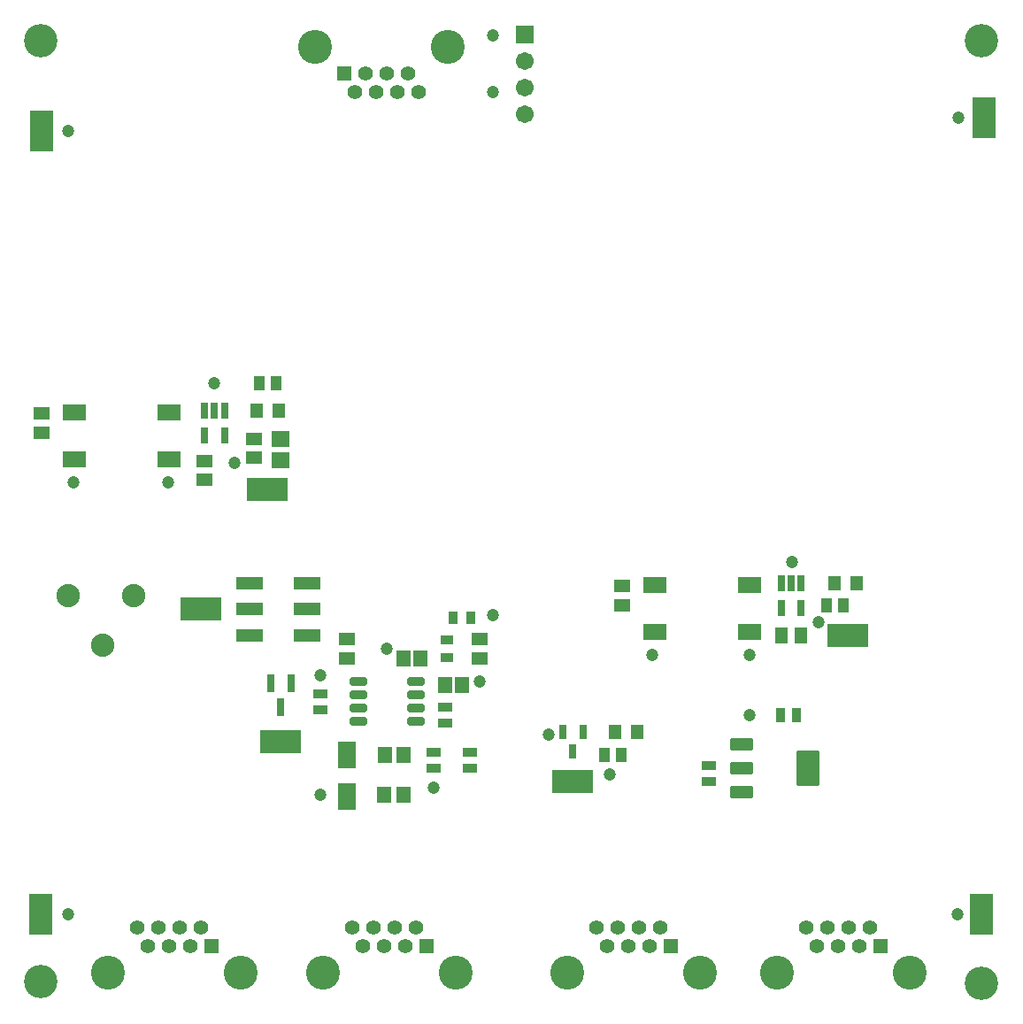
<source format=gts>
G04*
G04 #@! TF.GenerationSoftware,Altium Limited,Altium Designer,23.7.1 (13)*
G04*
G04 Layer_Color=8388736*
%FSLAX44Y44*%
%MOMM*%
G71*
G04*
G04 #@! TF.SameCoordinates,0BEFCA26-5C96-4926-A50D-4D7A3FA2ED98*
G04*
G04*
G04 #@! TF.FilePolarity,Negative*
G04*
G01*
G75*
%ADD27R,1.7000X2.5000*%
%ADD29R,1.3500X0.9500*%
%ADD32R,0.8065X1.3082*%
%ADD33R,1.3082X0.8065*%
%ADD35R,1.4549X1.5562*%
%ADD40R,2.5000X1.2000*%
%ADD41R,0.9500X1.3500*%
%ADD42R,2.2332X4.0032*%
%ADD43R,1.5532X1.2032*%
%ADD44R,2.3032X1.6032*%
%ADD45R,0.7112X1.5032*%
%ADD46R,0.7112X1.5032*%
%ADD47R,1.0032X1.4532*%
%ADD48R,1.3032X1.4032*%
%ADD49R,1.7032X1.6032*%
%ADD50R,4.0032X2.2332*%
%ADD51R,0.8032X1.6532*%
G04:AMPARAMS|DCode=52|XSize=0.8032mm|YSize=1.6532mm|CornerRadius=0.1526mm|HoleSize=0mm|Usage=FLASHONLY|Rotation=270.000|XOffset=0mm|YOffset=0mm|HoleType=Round|Shape=RoundedRectangle|*
%AMROUNDEDRECTD52*
21,1,0.8032,1.3480,0,0,270.0*
21,1,0.4980,1.6532,0,0,270.0*
1,1,0.3052,-0.6740,-0.2490*
1,1,0.3052,-0.6740,0.2490*
1,1,0.3052,0.6740,0.2490*
1,1,0.3052,0.6740,-0.2490*
%
%ADD52ROUNDEDRECTD52*%
%ADD53R,1.3532X1.6032*%
%ADD54R,1.4032X1.6032*%
%ADD55R,1.2032X1.5532*%
G04:AMPARAMS|DCode=56|XSize=3.4532mm|YSize=2.2532mm|CornerRadius=0.1529mm|HoleSize=0mm|Usage=FLASHONLY|Rotation=90.000|XOffset=0mm|YOffset=0mm|HoleType=Round|Shape=RoundedRectangle|*
%AMROUNDEDRECTD56*
21,1,3.4532,1.9475,0,0,90.0*
21,1,3.1475,2.2532,0,0,90.0*
1,1,0.3057,0.9738,1.5738*
1,1,0.3057,0.9738,-1.5738*
1,1,0.3057,-0.9738,-1.5738*
1,1,0.3057,-0.9738,1.5738*
%
%ADD56ROUNDEDRECTD56*%
G04:AMPARAMS|DCode=57|XSize=1.2032mm|YSize=2.2532mm|CornerRadius=0.1516mm|HoleSize=0mm|Usage=FLASHONLY|Rotation=90.000|XOffset=0mm|YOffset=0mm|HoleType=Round|Shape=RoundedRectangle|*
%AMROUNDEDRECTD57*
21,1,1.2032,1.9500,0,0,90.0*
21,1,0.9000,2.2532,0,0,90.0*
1,1,0.3032,0.9750,0.4500*
1,1,0.3032,0.9750,-0.4500*
1,1,0.3032,-0.9750,-0.4500*
1,1,0.3032,-0.9750,0.4500*
%
%ADD57ROUNDEDRECTD57*%
%ADD58R,0.8032X1.4032*%
%ADD59R,1.7032X1.7032*%
%ADD60C,1.7032*%
%ADD61C,1.3900*%
%ADD62R,1.3900X1.3900*%
%ADD63C,3.2500*%
%ADD64C,2.2352*%
%ADD65C,3.2032*%
%ADD66C,1.2032*%
D27*
X342900Y226700D02*
D03*
Y266700D02*
D03*
D29*
X317500Y325000D02*
D03*
Y310000D02*
D03*
X436254Y297300D02*
D03*
Y312300D02*
D03*
X460547Y254323D02*
D03*
Y269323D02*
D03*
X425504Y254323D02*
D03*
Y269323D02*
D03*
X688854Y241300D02*
D03*
Y256300D02*
D03*
D32*
X444245Y398000D02*
D03*
X461262D02*
D03*
D33*
X438254Y376809D02*
D03*
Y359791D02*
D03*
D35*
X397010Y228600D02*
D03*
X378497D02*
D03*
D40*
X249800Y406000D02*
D03*
X304800D02*
D03*
Y381000D02*
D03*
X249800D02*
D03*
Y431000D02*
D03*
X304800D02*
D03*
D41*
X772554Y304800D02*
D03*
X757554D02*
D03*
D42*
X952500Y876300D02*
D03*
X950000Y114300D02*
D03*
X50000D02*
D03*
X50800Y863600D02*
D03*
D43*
Y593200D02*
D03*
Y575200D02*
D03*
X254000Y550800D02*
D03*
Y568800D02*
D03*
X206400Y529700D02*
D03*
Y547700D02*
D03*
X342900Y377300D02*
D03*
Y359300D02*
D03*
X469900Y359300D02*
D03*
Y377300D02*
D03*
X606304Y428100D02*
D03*
Y410100D02*
D03*
D44*
X81500Y549000D02*
D03*
X172500D02*
D03*
X81500Y594000D02*
D03*
X172500D02*
D03*
X637004Y383900D02*
D03*
X728004D02*
D03*
X637004Y428900D02*
D03*
X728004D02*
D03*
D45*
X225400Y596200D02*
D03*
X777204Y431100D02*
D03*
D46*
X215900Y596200D02*
D03*
X206400D02*
D03*
Y572200D02*
D03*
X225400D02*
D03*
X777204Y407100D02*
D03*
X758204D02*
D03*
Y431100D02*
D03*
X767703D02*
D03*
D47*
X258700Y622300D02*
D03*
X274700D02*
D03*
X801504Y410100D02*
D03*
X817504D02*
D03*
X588900Y266700D02*
D03*
X604900D02*
D03*
D48*
X277200Y596200D02*
D03*
X256200D02*
D03*
X830504Y431100D02*
D03*
X809504D02*
D03*
X620100Y288400D02*
D03*
X599100D02*
D03*
D49*
X279400Y548800D02*
D03*
Y568800D02*
D03*
D50*
X266700Y520700D02*
D03*
X279400Y279400D02*
D03*
X822204Y381000D02*
D03*
X558800Y241300D02*
D03*
X203200Y406000D02*
D03*
D51*
X279400Y312100D02*
D03*
X269900Y335600D02*
D03*
X288900D02*
D03*
D52*
X353750Y336550D02*
D03*
Y323850D02*
D03*
Y311150D02*
D03*
Y298450D02*
D03*
X408250Y336550D02*
D03*
Y323850D02*
D03*
Y311150D02*
D03*
Y298450D02*
D03*
D53*
X412754Y359300D02*
D03*
X396754D02*
D03*
D54*
X436254Y333600D02*
D03*
X452754D02*
D03*
X378754Y266700D02*
D03*
X396754D02*
D03*
D55*
X776704Y381000D02*
D03*
X758704D02*
D03*
D56*
X784104Y254000D02*
D03*
D57*
X720604Y231000D02*
D03*
Y254000D02*
D03*
Y277000D02*
D03*
D58*
X568300Y288400D02*
D03*
X549300D02*
D03*
X558800Y270400D02*
D03*
D59*
X513080Y956033D02*
D03*
D60*
Y930634D02*
D03*
Y905234D02*
D03*
Y879834D02*
D03*
D61*
X411480Y900430D02*
D03*
X401320Y918210D02*
D03*
X391160Y900430D02*
D03*
X381000Y918210D02*
D03*
X370840Y900430D02*
D03*
X360680Y918210D02*
D03*
X350520Y900430D02*
D03*
X843280Y101600D02*
D03*
X833120Y83820D02*
D03*
X822960Y101600D02*
D03*
X812800Y83820D02*
D03*
X802640Y101600D02*
D03*
X792480Y83820D02*
D03*
X782320Y101600D02*
D03*
X642620D02*
D03*
X632460Y83820D02*
D03*
X622300Y101600D02*
D03*
X612140Y83820D02*
D03*
X601980Y101600D02*
D03*
X591820Y83820D02*
D03*
X581660Y101600D02*
D03*
X408250D02*
D03*
X398090Y83820D02*
D03*
X387930Y101600D02*
D03*
X377770Y83820D02*
D03*
X367610Y101600D02*
D03*
X357450Y83820D02*
D03*
X347290Y101600D02*
D03*
X203200D02*
D03*
X193040Y83820D02*
D03*
X182880Y101600D02*
D03*
X172720Y83820D02*
D03*
X162560Y101600D02*
D03*
X152400Y83820D02*
D03*
X142240Y101600D02*
D03*
D62*
X340360Y918210D02*
D03*
X853440Y83820D02*
D03*
X652780D02*
D03*
X418410D02*
D03*
X213360D02*
D03*
D63*
X312420Y943610D02*
D03*
X439420D02*
D03*
X754380Y58420D02*
D03*
X881380D02*
D03*
X553720D02*
D03*
X680720D02*
D03*
X319350D02*
D03*
X446350D02*
D03*
X114300D02*
D03*
X241300D02*
D03*
D64*
X138697Y419100D02*
D03*
X76200Y419100D02*
D03*
X108699Y371602D02*
D03*
D65*
X50000Y950000D02*
D03*
X950000D02*
D03*
X50000Y50000D02*
D03*
X950000Y48575D02*
D03*
D66*
X482600Y955244D02*
D03*
Y900430D02*
D03*
X81280Y527050D02*
D03*
X171450D02*
D03*
X926410Y114300D02*
D03*
X76200D02*
D03*
Y863600D02*
D03*
X927317Y876300D02*
D03*
X768350Y450850D02*
D03*
X793750Y393700D02*
D03*
X728004Y361950D02*
D03*
X635000D02*
D03*
X728004Y304800D02*
D03*
X593640Y247650D02*
D03*
X535470Y285750D02*
D03*
X482600Y400050D02*
D03*
X469900Y336550D02*
D03*
X381000Y368300D02*
D03*
X317500Y342900D02*
D03*
X425504Y235582D02*
D03*
X317500Y228600D02*
D03*
X215900Y622300D02*
D03*
X234950Y546100D02*
D03*
M02*

</source>
